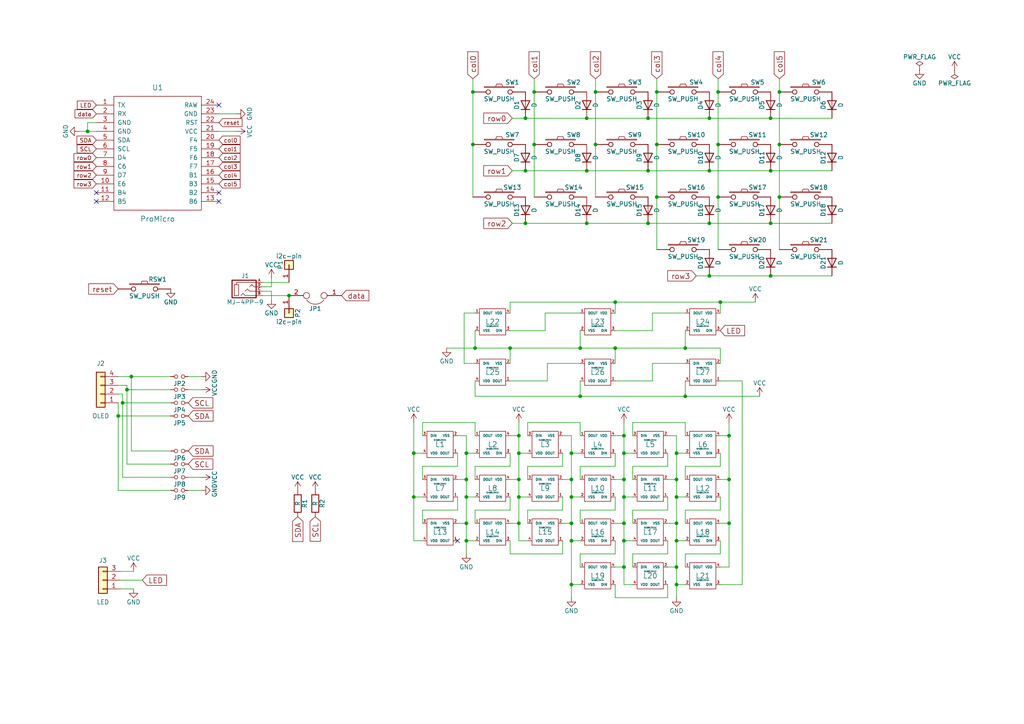
<source format=kicad_sch>
(kicad_sch (version 20230121) (generator eeschema)
  (paper "A4")
  (title_block (title "Corne Chocolate") (date "2018-11-16") (rev "2.0") (company "foostan"))
  (junction (at 137.16 26.67))
  (junction (at 165.735 156.845))
  (junction (at 152.4 34.29))
  (junction (at 38.1 109.22))
  (junction (at 205.74 34.29))
  (junction (at 211.455 126.365))
  (junction (at 190.5 41.91))
  (junction (at 135.255 156.845))
  (junction (at 198.755 100.965))
  (junction (at 152.4 49.53))
  (junction (at 178.435 87.63))
  (junction (at 120.015 144.145))
  (junction (at 180.975 131.445))
  (junction (at 187.96 64.77))
  (junction (at 168.275 114.935))
  (junction (at 180.975 164.465))
  (junction (at 154.94 26.67))
  (junction (at 196.215 144.145))
  (junction (at 172.72 26.67))
  (junction (at 198.755 114.935))
  (junction (at 187.96 49.53))
  (junction (at 135.255 139.065))
  (junction (at 135.255 144.145))
  (junction (at 150.495 151.765))
  (junction (at 135.255 151.765))
  (junction (at 150.495 139.065))
  (junction (at 211.455 139.065))
  (junction (at 180.975 139.065))
  (junction (at 196.215 131.445))
  (junction (at 170.18 64.77))
  (junction (at 35.56 116.84))
  (junction (at 150.495 126.365))
  (junction (at 196.215 151.765))
  (junction (at 226.06 26.67))
  (junction (at 135.255 131.445))
  (junction (at 208.28 26.67))
  (junction (at 137.16 41.91))
  (junction (at 180.975 156.845))
  (junction (at 170.18 34.29))
  (junction (at 205.74 64.77))
  (junction (at 208.28 57.15))
  (junction (at 223.52 49.53))
  (junction (at 180.975 144.145))
  (junction (at 196.215 169.545))
  (junction (at 208.915 87.63))
  (junction (at 190.5 57.15))
  (junction (at 172.72 41.91))
  (junction (at 196.215 164.465))
  (junction (at 180.975 126.365))
  (junction (at 226.06 41.91))
  (junction (at 25.4 38.1))
  (junction (at 196.215 156.845))
  (junction (at 223.52 80.01))
  (junction (at 83.82 85.725))
  (junction (at 226.06 57.15))
  (junction (at 168.275 100.965))
  (junction (at 120.015 131.445))
  (junction (at 196.215 139.065))
  (junction (at 165.735 144.145))
  (junction (at 154.94 41.91))
  (junction (at 205.74 49.53))
  (junction (at 223.52 34.29))
  (junction (at 205.74 80.01))
  (junction (at 165.735 139.065))
  (junction (at 152.4 64.77))
  (junction (at 36.83 113.03))
  (junction (at 223.52 64.77))
  (junction (at 165.735 151.765))
  (junction (at 150.495 144.145))
  (junction (at 187.96 34.29))
  (junction (at 165.735 169.545))
  (junction (at 34.29 120.65))
  (junction (at 211.455 151.765))
  (junction (at 170.18 49.53))
  (junction (at 150.495 131.445))
  (junction (at 147.955 100.965))
  (junction (at 165.735 131.445))
  (junction (at 180.975 151.765))
  (junction (at 178.435 100.965))
  (junction (at 190.5 26.67))
  (junction (at 137.795 100.965))
  (junction (at 208.28 41.91))
  (no_connect (at 132.715 156.845))
  (no_connect (at 27.94 58.42))
  (no_connect (at 63.5 58.42))
  (no_connect (at 27.94 55.88))
  (no_connect (at 63.5 55.88))
  (no_connect (at 63.5 30.48))
  (wire (pts (xy 137.795 156.845) (xy 135.255 156.845)))
  (wire (pts (xy 132.715 135.255) (xy 132.715 131.445)))
  (wire (pts (xy 180.975 169.545) (xy 183.515 169.545)))
  (wire (pts (xy 190.5 41.91) (xy 190.5 57.15)))
  (wire (pts (xy 180.975 144.145) (xy 180.975 151.765)))
  (wire (pts (xy 193.675 151.765) (xy 196.215 151.765)))
  (wire (pts (xy 211.455 139.065) (xy 211.455 151.765)))
  (wire (pts (xy 223.52 80.01) (xy 241.3 80.01)))
  (wire (pts (xy 49.53 116.84) (xy 35.56 116.84)))
  (wire (pts (xy 147.955 105.41) (xy 147.955 100.965)))
  (wire (pts (xy 215.265 110.49) (xy 215.265 169.545)))
  (wire (pts (xy 208.915 110.49) (xy 215.265 110.49)))
  (wire (pts (xy 183.515 151.765) (xy 183.515 147.955)))
  (wire (pts (xy 76.2 81.915) (xy 83.82 81.915)))
  (wire (pts (xy 198.755 131.445) (xy 196.215 131.445)))
  (wire (pts (xy 211.455 122.555) (xy 211.455 126.365)))
  (wire (pts (xy 168.275 147.955) (xy 178.435 147.955)))
  (wire (pts (xy 153.035 144.145) (xy 150.495 144.145)))
  (wire (pts (xy 34.925 165.735) (xy 38.735 165.735)))
  (wire (pts (xy 135.255 151.765) (xy 135.255 156.845)))
  (wire (pts (xy 215.265 169.545) (xy 208.915 169.545)))
  (wire (pts (xy 196.215 139.065) (xy 196.215 144.145)))
  (wire (pts (xy 198.755 110.49) (xy 198.755 114.935)))
  (wire (pts (xy 187.96 34.29) (xy 205.74 34.29)))
  (wire (pts (xy 147.955 126.365) (xy 150.495 126.365)))
  (wire (pts (xy 208.915 87.63) (xy 219.075 87.63)))
  (wire (pts (xy 208.915 160.655) (xy 208.915 156.845)))
  (wire (pts (xy 34.925 170.815) (xy 38.735 170.815)))
  (wire (pts (xy 193.675 135.255) (xy 193.675 131.445)))
  (wire (pts (xy 208.28 22.86) (xy 208.28 26.67)))
  (wire (pts (xy 34.29 142.24) (xy 49.53 142.24)))
  (wire (pts (xy 170.18 49.53) (xy 187.96 49.53)))
  (wire (pts (xy 49.53 120.65) (xy 34.29 120.65)))
  (wire (pts (xy 226.06 26.67) (xy 226.06 41.91)))
  (wire (pts (xy 208.915 90.805) (xy 208.915 87.63)))
  (wire (pts (xy 205.74 34.29) (xy 223.52 34.29)))
  (wire (pts (xy 187.96 64.77) (xy 205.74 64.77)))
  (wire (pts (xy 172.72 26.67) (xy 172.72 41.91)))
  (wire (pts (xy 226.06 41.91) (xy 226.06 57.15)))
  (wire (pts (xy 35.56 138.43) (xy 49.53 138.43)))
  (wire (pts (xy 198.755 135.255) (xy 208.915 135.255)))
  (wire (pts (xy 163.195 147.955) (xy 163.195 144.145)))
  (wire (pts (xy 198.755 90.805) (xy 189.23 90.805)))
  (wire (pts (xy 154.94 22.86) (xy 154.94 26.67)))
  (wire (pts (xy 148.59 49.53) (xy 152.4 49.53)))
  (wire (pts (xy 137.16 41.91) (xy 137.16 57.15)))
  (wire (pts (xy 122.555 144.145) (xy 120.015 144.145)))
  (wire (pts (xy 135.255 126.365) (xy 135.255 131.445)))
  (wire (pts (xy 178.435 105.41) (xy 178.435 100.965)))
  (wire (pts (xy 135.255 139.065) (xy 135.255 144.145)))
  (wire (pts (xy 178.435 164.465) (xy 180.975 164.465)))
  (wire (pts (xy 137.795 131.445) (xy 135.255 131.445)))
  (wire (pts (xy 150.495 151.765) (xy 150.495 156.845)))
  (wire (pts (xy 147.955 151.765) (xy 150.495 151.765)))
  (wire (pts (xy 193.675 164.465) (xy 196.215 164.465)))
  (wire (pts (xy 178.435 173.355) (xy 178.435 169.545)))
  (wire (pts (xy 178.435 147.955) (xy 178.435 144.145)))
  (wire (pts (xy 152.4 34.29) (xy 170.18 34.29)))
  (wire (pts (xy 54.61 109.22) (xy 58.42 109.22)))
  (wire (pts (xy 178.435 110.49) (xy 189.23 110.49)))
  (wire (pts (xy 154.94 41.91) (xy 154.94 57.15)))
  (wire (pts (xy 189.23 110.49) (xy 189.23 105.41)))
  (wire (pts (xy 193.675 139.065) (xy 196.215 139.065)))
  (wire (pts (xy 198.755 100.965) (xy 208.915 100.965)))
  (wire (pts (xy 137.16 22.86) (xy 137.16 26.67)))
  (wire (pts (xy 122.555 139.065) (xy 122.555 135.255)))
  (wire (pts (xy 36.83 111.76) (xy 36.83 113.03)))
  (wire (pts (xy 147.955 100.965) (xy 168.275 100.965)))
  (wire (pts (xy 196.215 126.365) (xy 196.215 131.445)))
  (wire (pts (xy 208.915 135.255) (xy 208.915 131.445)))
  (wire (pts (xy 36.83 113.03) (xy 36.83 134.62)))
  (wire (pts (xy 168.275 126.365) (xy 168.275 122.555)))
  (wire (pts (xy 198.755 151.765) (xy 198.755 147.955)))
  (wire (pts (xy 198.755 122.555) (xy 183.515 122.555)))
  (wire (pts (xy 137.795 139.065) (xy 137.795 135.255)))
  (wire (pts (xy 135.255 156.845) (xy 135.255 160.655)))
  (wire (pts (xy 137.795 135.255) (xy 147.955 135.255)))
  (wire (pts (xy 198.755 147.955) (xy 208.915 147.955)))
  (wire (pts (xy 193.675 160.655) (xy 193.675 156.845)))
  (wire (pts (xy 183.515 122.555) (xy 183.515 126.365)))
  (wire (pts (xy 132.715 151.765) (xy 135.255 151.765)))
  (wire (pts (xy 22.86 38.1) (xy 25.4 38.1)))
  (wire (pts (xy 201.93 80.01) (xy 205.74 80.01)))
  (wire (pts (xy 147.955 90.805) (xy 147.955 87.63)))
  (wire (pts (xy 172.72 22.86) (xy 172.72 26.67)))
  (wire (pts (xy 120.015 144.145) (xy 120.015 156.845)))
  (wire (pts (xy 38.1 109.22) (xy 49.53 109.22)))
  (wire (pts (xy 180.975 151.765) (xy 180.975 156.845)))
  (wire (pts (xy 168.275 114.935) (xy 198.755 114.935)))
  (wire (pts (xy 211.455 151.765) (xy 211.455 164.465)))
  (wire (pts (xy 54.61 138.43) (xy 58.42 138.43)))
  (wire (pts (xy 78.74 84.455) (xy 78.74 86.995)))
  (wire (pts (xy 165.735 156.845) (xy 165.735 169.545)))
  (wire (pts (xy 137.795 100.965) (xy 147.955 100.965)))
  (wire (pts (xy 168.275 122.555) (xy 153.035 122.555)))
  (wire (pts (xy 208.28 26.67) (xy 208.28 41.91)))
  (wire (pts (xy 193.675 147.955) (xy 193.675 144.145)))
  (wire (pts (xy 147.955 87.63) (xy 178.435 87.63)))
  (wire (pts (xy 132.715 147.955) (xy 132.715 144.145)))
  (wire (pts (xy 34.29 116.84) (xy 34.29 120.65)))
  (wire (pts (xy 132.715 126.365) (xy 135.255 126.365)))
  (wire (pts (xy 226.06 57.15) (xy 226.06 72.39)))
  (wire (pts (xy 205.74 64.77) (xy 223.52 64.77)))
  (wire (pts (xy 120.015 131.445) (xy 120.015 144.145)))
  (wire (pts (xy 198.755 114.935) (xy 220.345 114.935)))
  (wire (pts (xy 38.1 109.22) (xy 38.1 130.81)))
  (wire (pts (xy 168.275 135.255) (xy 178.435 135.255)))
  (wire (pts (xy 178.435 90.805) (xy 178.435 87.63)))
  (wire (pts (xy 34.29 120.65) (xy 34.29 142.24)))
  (wire (pts (xy 34.925 168.275) (xy 41.275 168.275)))
  (wire (pts (xy 137.795 147.955) (xy 147.955 147.955)))
  (wire (pts (xy 180.975 139.065) (xy 180.975 144.145)))
  (wire (pts (xy 132.715 139.065) (xy 135.255 139.065)))
  (wire (pts (xy 198.755 139.065) (xy 198.755 135.255)))
  (wire (pts (xy 153.035 135.255) (xy 163.195 135.255)))
  (wire (pts (xy 147.955 147.955) (xy 147.955 144.145)))
  (wire (pts (xy 183.515 147.955) (xy 193.675 147.955)))
  (wire (pts (xy 196.215 169.545) (xy 196.215 173.355)))
  (wire (pts (xy 135.255 131.445) (xy 135.255 139.065)))
  (wire (pts (xy 180.975 122.555) (xy 180.975 126.365)))
  (wire (pts (xy 122.555 122.555) (xy 122.555 126.365)))
  (wire (pts (xy 137.16 26.67) (xy 137.16 41.91)))
  (wire (pts (xy 34.29 111.76) (xy 36.83 111.76)))
  (wire (pts (xy 153.035 139.065) (xy 153.035 135.255)))
  (wire (pts (xy 187.96 49.53) (xy 205.74 49.53)))
  (wire (pts (xy 120.015 156.845) (xy 122.555 156.845)))
  (wire (pts (xy 211.455 126.365) (xy 211.455 139.065)))
  (wire (pts (xy 180.975 144.145) (xy 183.515 144.145)))
  (wire (pts (xy 189.23 95.885) (xy 178.435 95.885)))
  (wire (pts (xy 208.915 151.765) (xy 211.455 151.765)))
  (wire (pts (xy 168.275 144.145) (xy 165.735 144.145)))
  (wire (pts (xy 49.53 113.03) (xy 36.83 113.03)))
  (wire (pts (xy 183.515 135.255) (xy 193.675 135.255)))
  (wire (pts (xy 35.56 116.84) (xy 35.56 138.43)))
  (wire (pts (xy 198.755 169.545) (xy 196.215 169.545)))
  (wire (pts (xy 168.275 156.845) (xy 165.735 156.845)))
  (wire (pts (xy 180.975 164.465) (xy 180.975 169.545)))
  (wire (pts (xy 120.015 122.555) (xy 120.015 131.445)))
  (wire (pts (xy 168.275 95.885) (xy 168.275 100.965)))
  (wire (pts (xy 180.975 156.845) (xy 180.975 164.465)))
  (wire (pts (xy 178.435 126.365) (xy 180.975 126.365)))
  (wire (pts (xy 36.83 134.62) (xy 49.53 134.62)))
  (wire (pts (xy 180.975 126.365) (xy 180.975 131.445)))
  (wire (pts (xy 198.755 164.465) (xy 198.755 160.655)))
  (wire (pts (xy 27.94 35.56) (xy 25.4 35.56)))
  (wire (pts (xy 122.555 131.445) (xy 120.015 131.445)))
  (wire (pts (xy 137.795 95.885) (xy 137.795 100.965)))
  (wire (pts (xy 54.61 142.24) (xy 58.42 142.24)))
  (wire (pts (xy 63.5 33.02) (xy 68.58 33.02)))
  (wire (pts (xy 172.72 41.91) (xy 172.72 57.15)))
  (wire (pts (xy 25.4 35.56) (xy 25.4 38.1)))
  (wire (pts (xy 178.435 139.065) (xy 180.975 139.065)))
  (wire (pts (xy 150.495 126.365) (xy 150.495 131.445)))
  (wire (pts (xy 153.035 147.955) (xy 163.195 147.955)))
  (wire (pts (xy 150.495 144.145) (xy 150.495 151.765)))
  (wire (pts (xy 198.755 156.845) (xy 196.215 156.845)))
  (wire (pts (xy 152.4 49.53) (xy 170.18 49.53)))
  (wire (pts (xy 135.255 144.145) (xy 135.255 151.765)))
  (wire (pts (xy 165.735 151.765) (xy 165.735 156.845)))
  (wire (pts (xy 168.275 131.445) (xy 165.735 131.445)))
  (wire (pts (xy 147.955 110.49) (xy 158.75 110.49)))
  (wire (pts (xy 205.74 49.53) (xy 223.52 49.53)))
  (wire (pts (xy 163.195 135.255) (xy 163.195 131.445)))
  (wire (pts (xy 54.61 113.03) (xy 58.42 113.03)))
  (wire (pts (xy 168.275 110.49) (xy 168.275 114.935)))
  (wire (pts (xy 183.515 164.465) (xy 183.515 160.655)))
  (wire (pts (xy 165.735 126.365) (xy 165.735 131.445)))
  (wire (pts (xy 63.5 38.1) (xy 68.58 38.1)))
  (wire (pts (xy 178.435 87.63) (xy 208.915 87.63)))
  (wire (pts (xy 196.215 131.445) (xy 196.215 139.065)))
  (wire (pts (xy 158.75 110.49) (xy 158.75 105.41)))
  (wire (pts (xy 223.52 64.77) (xy 241.3 64.77)))
  (wire (pts (xy 150.495 122.555) (xy 150.495 126.365)))
  (wire (pts (xy 137.795 122.555) (xy 122.555 122.555)))
  (wire (pts (xy 196.215 151.765) (xy 196.215 156.845)))
  (wire (pts (xy 147.955 160.655) (xy 147.955 156.845)))
  (wire (pts (xy 76.2 84.455) (xy 78.74 84.455)))
  (wire (pts (xy 168.275 169.545) (xy 165.735 169.545)))
  (wire (pts (xy 196.215 144.145) (xy 196.215 151.765)))
  (wire (pts (xy 168.275 160.655) (xy 178.435 160.655)))
  (wire (pts (xy 198.755 126.365) (xy 198.755 122.555)))
  (wire (pts (xy 34.29 114.3) (xy 35.56 114.3)))
  (wire (pts (xy 150.495 139.065) (xy 150.495 144.145)))
  (wire (pts (xy 190.5 26.67) (xy 190.5 41.91)))
  (wire (pts (xy 25.4 38.1) (xy 27.94 38.1)))
  (wire (pts (xy 223.52 49.53) (xy 241.3 49.53)))
  (wire (pts (xy 76.2 85.725) (xy 83.82 85.725)))
  (wire (pts (xy 208.915 126.365) (xy 211.455 126.365)))
  (wire (pts (xy 196.215 156.845) (xy 196.215 164.465)))
  (wire (pts (xy 158.115 90.805) (xy 158.115 95.885)))
  (wire (pts (xy 193.675 173.355) (xy 178.435 173.355)))
  (wire (pts (xy 153.035 131.445) (xy 150.495 131.445)))
  (wire (pts (xy 122.555 135.255) (xy 132.715 135.255)))
  (wire (pts (xy 134.62 90.805) (xy 134.62 105.41)))
  (wire (pts (xy 150.495 131.445) (xy 150.495 139.065)))
  (wire (pts (xy 163.195 126.365) (xy 165.735 126.365)))
  (wire (pts (xy 137.795 126.365) (xy 137.795 122.555)))
  (wire (pts (xy 129.54 100.965) (xy 137.795 100.965)))
  (wire (pts (xy 165.735 169.545) (xy 165.735 173.355)))
  (wire (pts (xy 170.18 34.29) (xy 187.96 34.29)))
  (wire (pts (xy 137.795 90.805) (xy 134.62 90.805)))
  (wire (pts (xy 38.1 130.81) (xy 49.53 130.81)))
  (wire (pts (xy 35.56 114.3) (xy 35.56 116.84)))
  (wire (pts (xy 137.795 110.49) (xy 137.795 114.935)))
  (wire (pts (xy 158.115 95.885) (xy 147.955 95.885)))
  (wire (pts (xy 148.59 34.29) (xy 152.4 34.29)))
  (wire (pts (xy 208.28 41.91) (xy 208.28 57.15)))
  (wire (pts (xy 178.435 135.255) (xy 178.435 131.445)))
  (wire (pts (xy 158.75 105.41) (xy 168.275 105.41)))
  (wire (pts (xy 193.675 126.365) (xy 196.215 126.365)))
  (wire (pts (xy 147.955 135.255) (xy 147.955 131.445)))
  (wire (pts (xy 137.795 144.145) (xy 135.255 144.145)))
  (wire (pts (xy 180.975 131.445) (xy 183.515 131.445)))
  (wire (pts (xy 190.5 22.86) (xy 190.5 26.67)))
  (wire (pts (xy 226.06 22.86) (xy 226.06 26.67)))
  (wire (pts (xy 122.555 151.765) (xy 122.555 147.955)))
  (wire (pts (xy 137.795 114.935) (xy 168.275 114.935)))
  (wire (pts (xy 178.435 160.655) (xy 178.435 156.845)))
  (wire (pts (xy 198.755 160.655) (xy 208.915 160.655)))
  (wire (pts (xy 150.495 156.845) (xy 153.035 156.845)))
  (wire (pts (xy 165.735 131.445) (xy 165.735 139.065)))
  (wire (pts (xy 153.035 122.555) (xy 153.035 126.365)))
  (wire (pts (xy 154.94 26.67) (xy 154.94 41.91)))
  (wire (pts (xy 168.275 151.765) (xy 168.275 147.955)))
  (wire (pts (xy 122.555 147.955) (xy 132.715 147.955)))
  (wire (pts (xy 196.215 164.465) (xy 196.215 169.545)))
  (wire (pts (xy 148.59 64.77) (xy 152.4 64.77)))
  (wire (pts (xy 198.755 144.145) (xy 196.215 144.145)))
  (wire (pts (xy 163.195 139.065) (xy 165.735 139.065)))
  (wire (pts (xy 208.915 147.955) (xy 208.915 144.145)))
  (wire (pts (xy 208.915 139.065) (xy 211.455 139.065)))
  (wire (pts (xy 178.435 100.965) (xy 198.755 100.965)))
  (wire (pts (xy 170.18 64.77) (xy 187.96 64.77)))
  (wire (pts (xy 183.515 160.655) (xy 193.675 160.655)))
  (wire (pts (xy 163.195 156.845) (xy 163.195 160.655)))
  (wire (pts (xy 168.275 139.065) (xy 168.275 135.255)))
  (wire (pts (xy 180.975 131.445) (xy 180.975 139.065)))
  (wire (pts (xy 76.2 83.185) (xy 78.74 83.185)))
  (wire (pts (xy 165.735 144.145) (xy 165.735 151.765)))
  (wire (pts (xy 205.74 80.01) (xy 223.52 80.01)))
  (wire (pts (xy 211.455 164.465) (xy 208.915 164.465)))
  (wire (pts (xy 163.195 160.655) (xy 147.955 160.655)))
  (wire (pts (xy 168.275 90.805) (xy 158.115 90.805)))
  (wire (pts (xy 198.755 95.885) (xy 198.755 100.965)))
  (wire (pts (xy 183.515 139.065) (xy 183.515 135.255)))
  (wire (pts (xy 134.62 105.41) (xy 137.795 105.41)))
  (wire (pts (xy 163.195 151.765) (xy 165.735 151.765)))
  (wire (pts (xy 193.675 169.545) (xy 193.675 173.355)))
  (wire (pts (xy 137.795 151.765) (xy 137.795 147.955)))
  (wire (pts (xy 78.74 83.185) (xy 78.74 80.645)))
  (wire (pts (xy 189.23 90.805) (xy 189.23 95.885)))
  (wire (pts (xy 190.5 57.15) (xy 190.5 72.39)))
  (wire (pts (xy 168.275 164.465) (xy 168.275 160.655)))
  (wire (pts (xy 223.52 34.29) (xy 241.3 34.29)))
  (wire (pts (xy 152.4 64.77) (xy 170.18 64.77)))
  (wire (pts (xy 153.035 151.765) (xy 153.035 147.955)))
  (wire (pts (xy 165.735 139.065) (xy 165.735 144.145)))
  (wire (pts (xy 147.955 139.065) (xy 150.495 139.065)))
  (wire (pts (xy 208.28 57.15) (xy 208.28 72.39)))
  (wire (pts (xy 168.275 100.965) (xy 178.435 100.965)))
  (wire (pts (xy 189.23 105.41) (xy 198.755 105.41)))
  (wire (pts (xy 180.975 156.845) (xy 183.515 156.845)))
  (wire (pts (xy 34.29 109.22) (xy 38.1 109.22)))
  (wire (pts (xy 208.915 100.965) (xy 208.915 105.41)))
  (wire (pts (xy 178.435 151.765) (xy 180.975 151.765)))
  (global_label "col2" (shape input) (at 63.5 45.72 0) (effects (font (size 1.1938 1.1938))) (property "Intersheetrefs" "${INTERSHEET_REFS}" (effects hide)))
  (global_label "col1" (shape input) (at 63.5 43.18 0) (effects (font (size 1.1938 1.1938))) (property "Intersheetrefs" "${INTERSHEET_REFS}" (effects hide)))
  (global_label "col2" (shape input) (at 172.72 22.86 90) (effects (font (size 1.524 1.524))) (property "Intersheetrefs" "${INTERSHEET_REFS}" (effects hide)))
  (global_label "col1" (shape input) (at 154.94 22.86 90) (effects (font (size 1.524 1.524))) (property "Intersheetrefs" "${INTERSHEET_REFS}" (effects hide)))
  (global_label "col3" (shape input) (at 63.5 48.26 0) (effects (font (size 1.1938 1.1938))) (property "Intersheetrefs" "${INTERSHEET_REFS}" (effects hide)))
  (global_label "col5" (shape input) (at 226.06 22.86 90) (effects (font (size 1.524 1.524))) (property "Intersheetrefs" "${INTERSHEET_REFS}" (effects hide)))
  (global_label "SDA" (shape input) (at 86.36 149.86 270) (effects (font (size 1.524 1.524))) (property "Intersheetrefs" "${INTERSHEET_REFS}" (effects hide)))
  (global_label "reset" (shape input) (at 63.5 35.56 0) (effects (font (size 1.1938 1.1938))) (property "Intersheetrefs" "${INTERSHEET_REFS}" (effects hide)))
  (global_label "reset" (shape input) (at 34.29 83.82 180) (effects (font (size 1.524 1.524))) (property "Intersheetrefs" "${INTERSHEET_REFS}" (effects hide)))
  (global_label "LED" (shape input) (at 27.94 30.48 180) (effects (font (size 1.1938 1.1938))) (property "Intersheetrefs" "${INTERSHEET_REFS}" (effects hide)))
  (global_label "LED" (shape input) (at 41.275 168.275 0) (effects (font (size 1.524 1.524))) (property "Intersheetrefs" "${INTERSHEET_REFS}" (effects hide)))
  (global_label "SDA" (shape input) (at 54.61 130.81 0) (effects (font (size 1.524 1.524))) (property "Intersheetrefs" "${INTERSHEET_REFS}" (effects hide)))
  (global_label "col4" (shape input) (at 208.28 22.86 90) (effects (font (size 1.524 1.524))) (property "Intersheetrefs" "${INTERSHEET_REFS}" (effects hide)))
  (global_label "LED" (shape input) (at 208.915 95.885 0) (effects (font (size 1.524 1.524))) (property "Intersheetrefs" "${INTERSHEET_REFS}" (effects hide)))
  (global_label "row3" (shape input) (at 201.93 80.01 180) (effects (font (size 1.524 1.524))) (property "Intersheetrefs" "${INTERSHEET_REFS}" (effects hide)))
  (global_label "col0" (shape input) (at 63.5 40.64 0) (effects (font (size 1.1938 1.1938))) (property "Intersheetrefs" "${INTERSHEET_REFS}" (effects hide)))
  (global_label "row2" (shape input) (at 27.94 50.8 180) (effects (font (size 1.1938 1.1938))) (property "Intersheetrefs" "${INTERSHEET_REFS}" (effects hide)))
  (global_label "SCL" (shape input) (at 91.44 149.86 270) (effects (font (size 1.524 1.524))) (property "Intersheetrefs" "${INTERSHEET_REFS}" (effects hide)))
  (global_label "col5" (shape input) (at 63.5 53.34 0) (effects (font (size 1.1938 1.1938))) (property "Intersheetrefs" "${INTERSHEET_REFS}" (effects hide)))
  (global_label "row0" (shape input) (at 27.94 45.72 180) (effects (font (size 1.1938 1.1938))) (property "Intersheetrefs" "${INTERSHEET_REFS}" (effects hide)))
  (global_label "SDA" (shape input) (at 54.61 120.65 0) (effects (font (size 1.524 1.524))) (property "Intersheetrefs" "${INTERSHEET_REFS}" (effects hide)))
  (global_label "col0" (shape input) (at 137.16 22.86 90) (effects (font (size 1.524 1.524))) (property "Intersheetrefs" "${INTERSHEET_REFS}" (effects hide)))
  (global_label "SCL" (shape input) (at 54.61 116.84 0) (effects (font (size 1.524 1.524))) (property "Intersheetrefs" "${INTERSHEET_REFS}" (effects hide)))
  (global_label "row2" (shape input) (at 148.59 64.77 180) (effects (font (size 1.524 1.524))) (property "Intersheetrefs" "${INTERSHEET_REFS}" (effects hide)))
  (global_label "SCL" (shape input) (at 27.94 43.18 180) (effects (font (size 1.1938 1.1938))) (property "Intersheetrefs" "${INTERSHEET_REFS}" (effects hide)))
  (global_label "col3" (shape input) (at 190.5 22.86 90) (effects (font (size 1.524 1.524))) (property "Intersheetrefs" "${INTERSHEET_REFS}" (effects hide)))
  (global_label "row3" (shape input) (at 27.94 53.34 180) (effects (font (size 1.1938 1.1938))) (property "Intersheetrefs" "${INTERSHEET_REFS}" (effects hide)))
  (global_label "SDA" (shape input) (at 27.94 40.64 180) (effects (font (size 1.1938 1.1938))) (property "Intersheetrefs" "${INTERSHEET_REFS}" (effects hide)))
  (global_label "col4" (shape input) (at 63.5 50.8 0) (effects (font (size 1.1938 1.1938))) (property "Intersheetrefs" "${INTERSHEET_REFS}" (effects hide)))
  (global_label "data" (shape input) (at 99.06 85.725 0) (effects (font (size 1.524 1.524))) (property "Intersheetrefs" "${INTERSHEET_REFS}" (effects hide)))
  (global_label "row1" (shape input) (at 148.59 49.53 180) (effects (font (size 1.524 1.524))) (property "Intersheetrefs" "${INTERSHEET_REFS}" (effects hide)))
  (global_label "row1" (shape input) (at 27.94 48.26 180) (effects (font (size 1.1938 1.1938))) (property "Intersheetrefs" "${INTERSHEET_REFS}" (effects hide)))
  (global_label "data" (shape input) (at 27.94 33.02 180) (effects (font (size 1.1938 1.1938))) (property "Intersheetrefs" "${INTERSHEET_REFS}" (effects hide)))
  (global_label "SCL" (shape input) (at 54.61 134.62 0) (effects (font (size 1.524 1.524))) (property "Intersheetrefs" "${INTERSHEET_REFS}" (effects hide)))
  (global_label "row0" (shape input) (at 148.59 34.29 180) (effects (font (size 1.524 1.524))) (property "Intersheetrefs" "${INTERSHEET_REFS}" (effects hide)))
  (symbol (lib_id "corne-chocolate-rescue:ProMicro-kbd") (at 45.72 49.53 0) (unit 1)
    (property "Reference" "U1" (at 45.72 25.4 0) (effects (font (size 1.524 1.524))))
    (property "Value" "ProMicro" (at 45.72 63.5 0) (effects (font (size 1.524 1.524))))
    (property "Footprint" "kbd:ProMicro_v2" (effects hide))
  )
  (symbol (lib_id "corne-chocolate-rescue:SW_PUSH-kbd") (at 162.56 26.67 0) (unit 1)
    (property "Reference" "SW2" (at 166.37 23.876 0))
    (property "Value" "SW_PUSH" (at 162.56 28.702 0))
    (property "Footprint" "kbd:MX_ALPS_PG1350_noLed" (effects hide))
  )
  (symbol (lib_id "Device:D") (at 170.18 30.48 90) (unit 1)
    (property "Reference" "D2" (at 167.64 30.48 0))
    (property "Value" "D" (at 172.72 30.48 0))
    (property "Footprint" "kbd:D3_TH_SMD" (effects hide))
  )
  (symbol (lib_id "corne-chocolate-rescue:SW_PUSH-kbd") (at 180.34 26.67 0) (unit 1)
    (property "Reference" "SW3" (at 184.15 23.876 0))
    (property "Value" "SW_PUSH" (at 180.34 28.702 0))
    (property "Footprint" "kbd:MX_ALPS_PG1350_noLed" (effects hide))
  )
  (symbol (lib_id "Device:D") (at 187.96 30.48 90) (unit 1)
    (property "Reference" "D3" (at 185.42 30.48 0))
    (property "Value" "D" (at 190.5 30.48 0))
    (property "Footprint" "kbd:D3_TH_SMD" (effects hide))
  )
  (symbol (lib_id "corne-chocolate-rescue:SW_PUSH-kbd") (at 198.12 26.67 0) (unit 1)
    (property "Reference" "SW4" (at 201.93 23.876 0))
    (property "Value" "SW_PUSH" (at 198.12 28.702 0))
    (property "Footprint" "kbd:MX_ALPS_PG1350_noLed" (effects hide))
  )
  (symbol (lib_id "corne-chocolate-rescue:SW_PUSH-kbd") (at 215.9 26.67 0) (unit 1)
    (property "Reference" "SW5" (at 219.71 23.876 0))
    (property "Value" "SW_PUSH" (at 215.9 28.702 0))
    (property "Footprint" "kbd:MX_ALPS_PG1350_noLed" (effects hide))
  )
  (symbol (lib_id "corne-chocolate-rescue:SW_PUSH-kbd") (at 233.68 26.67 0) (unit 1)
    (property "Reference" "SW6" (at 237.49 23.876 0))
    (property "Value" "SW_PUSH" (at 233.68 28.702 0))
    (property "Footprint" "kbd:MX_ALPS_PG1350_noLed" (effects hide))
  )
  (symbol (lib_id "Device:D") (at 205.74 30.48 90) (unit 1)
    (property "Reference" "D4" (at 203.2 30.48 0))
    (property "Value" "D" (at 208.28 30.48 0))
    (property "Footprint" "kbd:D3_TH_SMD" (effects hide))
  )
  (symbol (lib_id "Device:D") (at 223.52 30.48 90) (unit 1)
    (property "Reference" "D5" (at 220.98 30.48 0))
    (property "Value" "D" (at 226.06 30.48 0))
    (property "Footprint" "kbd:D3_TH_SMD" (effects hide))
  )
  (symbol (lib_id "Device:D") (at 241.3 30.48 90) (unit 1)
    (property "Reference" "D6" (at 238.76 30.48 0))
    (property "Value" "D" (at 243.84 30.48 0))
    (property "Footprint" "kbd:D3_TH_SMD" (effects hide))
  )
  (symbol (lib_id "corne-chocolate-rescue:SW_PUSH-kbd") (at 144.78 26.67 0) (unit 1)
    (property "Reference" "SW1" (at 148.59 23.876 0))
    (property "Value" "SW_PUSH" (at 144.78 28.702 0))
    (property "Footprint" "kbd:MX_ALPS_PG1350_noLed" (effects hide))
  )
  (symbol (lib_id "Device:D") (at 152.4 30.48 90) (unit 1)
    (property "Reference" "D1" (at 149.86 30.48 0))
    (property "Value" "D" (at 154.94 30.48 0))
    (property "Footprint" "kbd:D3_TH_SMD" (effects hide))
  )
  (symbol (lib_id "corne-chocolate-rescue:SW_PUSH-kbd") (at 162.56 41.91 0) (unit 1)
    (property "Reference" "SW8" (at 166.37 39.116 0))
    (property "Value" "SW_PUSH" (at 162.56 43.942 0))
    (property "Footprint" "kbd:MX_ALPS_PG1350_noLed" (effects hide))
  )
  (symbol (lib_id "Device:D") (at 170.18 45.72 90) (unit 1)
    (property "Reference" "D8" (at 167.64 45.72 0))
    (property "Value" "D" (at 172.72 45.72 0))
    (property "Footprint" "kbd:D3_TH_SMD" (effects hide))
  )
  (symbol (lib_id "corne-chocolate-rescue:SW_PUSH-kbd") (at 180.34 41.91 0) (unit 1)
    (property "Reference" "SW9" (at 184.15 39.116 0))
    (property "Value" "SW_PUSH" (at 180.34 43.942 0))
    (property "Footprint" "kbd:MX_ALPS_PG1350_noLed" (effects hide))
  )
  (symbol (lib_id "Device:D") (at 187.96 45.72 90) (unit 1)
    (property "Reference" "D9" (at 185.42 45.72 0))
    (property "Value" "D" (at 190.5 45.72 0))
    (property "Footprint" "kbd:D3_TH_SMD" (effects hide))
  )
  (symbol (lib_id "corne-chocolate-rescue:SW_PUSH-kbd") (at 198.12 41.91 0) (unit 1)
    (property "Reference" "SW10" (at 201.93 39.116 0))
    (property "Value" "SW_PUSH" (at 198.12 43.942 0))
    (property "Footprint" "kbd:MX_ALPS_PG1350_noLed" (effects hide))
  )
  (symbol (lib_id "corne-chocolate-rescue:SW_PUSH-kbd") (at 215.9 41.91 0) (unit 1)
    (property "Reference" "SW11" (at 219.71 39.116 0))
    (property "Value" "SW_PUSH" (at 215.9 43.942 0))
    (property "Footprint" "kbd:MX_ALPS_PG1350_noLed" (effects hide))
  )
  (symbol (lib_id "corne-chocolate-rescue:SW_PUSH-kbd") (at 233.68 41.91 0) (unit 1)
    (property "Reference" "SW12" (at 237.49 39.116 0))
    (property "Value" "SW_PUSH" (at 233.68 43.942 0))
    (property "Footprint" "kbd:MX_ALPS_PG1350_noLed" (effects hide))
  )
  (symbol (lib_id "Device:D") (at 205.74 45.72 90) (unit 1)
    (property "Reference" "D10" (at 203.2 45.72 0))
    (property "Value" "D" (at 208.28 45.72 0))
    (property "Footprint" "kbd:D3_TH_SMD" (effects hide))
  )
  (symbol (lib_id "Device:D") (at 223.52 45.72 90) (unit 1)
    (property "Reference" "D11" (at 220.98 45.72 0))
    (property "Value" "D" (at 226.06 45.72 0))
    (property "Footprint" "kbd:D3_TH_SMD" (effects hide))
  )
  (symbol (lib_id "Device:D") (at 241.3 45.72 90) (unit 1)
    (property "Reference" "D12" (at 238.76 45.72 0))
    (property "Value" "D" (at 243.84 45.72 0))
    (property "Footprint" "kbd:D3_TH_SMD" (effects hide))
  )
  (symbol (lib_id "corne-chocolate-rescue:SW_PUSH-kbd") (at 144.78 41.91 0) (unit 1)
    (property "Reference" "SW7" (at 148.59 39.116 0))
    (property "Value" "SW_PUSH" (at 144.78 43.942 0))
    (property "Footprint" "kbd:MX_ALPS_PG1350_noLed" (effects hide))
  )
  (symbol (lib_id "Device:D") (at 152.4 45.72 90) (unit 1)
    (property "Reference" "D7" (at 149.86 45.72 0))
    (property "Value" "D" (at 154.94 45.72 0))
    (property "Footprint" "kbd:D3_TH_SMD" (effects hide))
  )
  (symbol (lib_id "corne-chocolate-rescue:SW_PUSH-kbd") (at 162.56 57.15 0) (unit 1)
    (property "Reference" "SW14" (at 166.37 54.356 0))
    (property "Value" "SW_PUSH" (at 162.56 59.182 0))
    (property "Footprint" "kbd:MX_ALPS_PG1350_noLed" (effects hide))
  )
  (symbol (lib_id "Device:D") (at 170.18 60.96 90) (unit 1)
    (property "Reference" "D14" (at 167.64 60.96 0))
    (property "Value" "D" (at 172.72 60.96 0))
    (property "Footprint" "kbd:D3_TH_SMD" (effects hide))
  )
  (symbol (lib_id "corne-chocolate-rescue:SW_PUSH-kbd") (at 180.34 57.15 0) (unit 1)
    (property "Reference" "SW15" (at 184.15 54.356 0))
    (property "Value" "SW_PUSH" (at 180.34 59.182 0))
    (property "Footprint" "kbd:MX_ALPS_PG1350_noLed" (effects hide))
  )
  (symbol (lib_id "Device:D") (at 187.96 60.96 90) (unit 1)
    (property "Reference" "D15" (at 185.42 60.96 0))
    (property "Value" "D" (at 190.5 60.96 0))
    (property "Footprint" "kbd:D3_TH_SMD" (effects hide))
  )
  (symbol (lib_id "corne-chocolate-rescue:SW_PUSH-kbd") (at 198.12 57.15 0) (unit 1)
    (property "Reference" "SW16" (at 201.93 54.356 0))
    (property "Value" "SW_PUSH" (at 198.12 59.182 0))
    (property "Footprint" "kbd:MX_ALPS_PG1350_noLed" (effects hide))
  )
  (symbol (lib_id "corne-chocolate-rescue:SW_PUSH-kbd") (at 215.9 57.15 0) (unit 1)
    (property "Reference" "SW17" (at 219.71 54.356 0))
    (property "Value" "SW_PUSH" (at 215.9 59.182 0))
    (property "Footprint" "kbd:MX_ALPS_PG1350_noLed" (effects hide))
  )
  (symbol (lib_id "corne-chocolate-rescue:SW_PUSH-kbd") (at 233.68 57.15 0) (unit 1)
    (property "Reference" "SW18" (at 237.49 54.356 0))
    (property "Value" "SW_PUSH" (at 233.68 59.182 0))
    (property "Footprint" "kbd:MX_ALPS_PG1350_noLed" (effects hide))
  )
  (symbol (lib_id "Device:D") (at 205.74 60.96 90) (unit 1)
    (property "Reference" "D16" (at 203.2 60.96 0))
    (property "Value" "D" (at 208.28 60.96 0))
    (property "Footprint" "kbd:D3_TH_SMD" (effects hide))
  )
  (symbol (lib_id "Device:D") (at 223.52 60.96 90) (unit 1)
    (property "Reference" "D17" (at 220.98 60.96 0))
    (property "Value" "D" (at 226.06 60.96 0))
    (property "Footprint" "kbd:D3_TH_SMD" (effects hide))
  )
  (symbol (lib_id "Device:D") (at 241.3 60.96 90) (unit 1)
    (property "Reference" "D18" (at 238.76 60.96 0))
    (property "Value" "D" (at 243.84 60.96 0))
    (property "Footprint" "kbd:D3_TH_SMD" (effects hide))
  )
  (symbol (lib_id "corne-chocolate-rescue:SW_PUSH-kbd") (at 144.78 57.15 0) (unit 1)
    (property "Reference" "SW13" (at 148.59 54.356 0))
    (property "Value" "SW_PUSH" (at 144.78 59.182 0))
    (property "Footprint" "kbd:MX_ALPS_PG1350_noLed" (effects hide))
  )
  (symbol (lib_id "Device:D") (at 152.4 60.96 90) (unit 1)
    (property "Reference" "D13" (at 149.86 60.96 0))
    (property "Value" "D" (at 154.94 60.96 0))
    (property "Footprint" "kbd:D3_TH_SMD" (effects hide))
  )
  (symbol (lib_id "corne-chocolate-rescue:SW_PUSH-kbd") (at 215.9 72.39 0) (unit 1)
    (property "Reference" "SW20" (at 219.71 69.596 0))
    (property "Value" "SW_PUSH" (at 215.9 74.422 0))
    (property "Footprint" "kbd:MX_ALPS_PG1350_noLed" (effects hide))
  )
  (symbol (lib_id "Device:D") (at 223.52 76.2 90) (unit 1)
    (property "Reference" "D20" (at 220.98 76.2 0))
    (property "Value" "D" (at 226.06 76.2 0))
    (property "Footprint" "kbd:D3_TH_SMD" (effects hide))
  )
  (symbol (lib_id "corne-chocolate-rescue:SW_PUSH-kbd") (at 233.68 72.39 0) (unit 1)
    (property "Reference" "SW21" (at 237.49 69.596 0))
    (property "Value" "SW_PUSH" (at 233.68 74.422 0))
    (property "Footprint" "kbd:MX_ALPS_PG1350_noLed_1.75u" (effects hide))
  )
  (symbol (lib_id "Device:D") (at 241.3 76.2 90) (unit 1)
    (property "Reference" "D21" (at 238.76 76.2 0))
    (property "Value" "D" (at 243.84 76.2 0))
    (property "Footprint" "kbd:D3_TH_SMD" (effects hide))
  )
  (symbol (lib_id "corne-chocolate-rescue:SW_PUSH-kbd") (at 198.12 72.39 0) (unit 1)
    (property "Reference" "SW19" (at 201.93 69.596 0))
    (property "Value" "SW_PUSH" (at 198.12 74.422 0))
    (property "Footprint" "kbd:MX_ALPS_PG1350_noLed" (effects hide))
  )
  (symbol (lib_id "Device:D") (at 205.74 76.2 90) (unit 1)
    (property "Reference" "D19" (at 203.2 76.2 0))
    (property "Value" "D" (at 208.28 76.2 0))
    (property "Footprint" "kbd:D3_TH_SMD" (effects hide))
  )
  (symbol (lib_id "power:GND") (at 68.58 33.02 90) (unit 1)
    (property "Reference" "#PWR01" (effects hide))
    (property "Value" "GND" (at 72.39 33.02 0))
  )
  (symbol (lib_id "power:VCC") (at 68.58 38.1 270) (unit 1)
    (property "Reference" "#PWR023" (effects hide))
    (property "Value" "VCC" (at 72.39 38.1 0))
  )
  (symbol (lib_id "power:GND") (at 22.86 38.1 270) (unit 1)
    (property "Reference" "#PWR02" (effects hide))
    (property "Value" "GND" (at 19.05 38.1 0))
  )
  (symbol (lib_id "power:GND") (at 266.7 20.32 0) (unit 1)
    (property "Reference" "#PWR03" (effects hide))
    (property "Value" "GND" (at 266.7 24.13 0))
  )
  (symbol (lib_id "power:VCC") (at 276.86 20.32 0) (unit 1)
    (property "Reference" "#PWR04" (effects hide))
    (property "Value" "VCC" (at 276.86 16.51 0))
  )
  (symbol (lib_id "power:PWR_FLAG") (at 276.86 20.32 180) (unit 1)
    (property "Reference" "#FLG05" (effects hide))
    (property "Value" "PWR_FLAG" (at 276.86 24.13 0))
  )
  (symbol (lib_id "power:PWR_FLAG") (at 266.7 20.32 0) (unit 1)
    (property "Reference" "#FLG06" (effects hide))
    (property "Value" "PWR_FLAG" (at 266.7 16.51 0))
  )
  (symbol (lib_id "corne-chocolate-rescue:SW_PUSH-kbd") (at 41.91 83.82 0) (unit 1)
    (property "Reference" "RSW1" (at 45.72 81.026 0))
    (property "Value" "SW_PUSH" (at 41.91 85.852 0))
    (property "Footprint" "kbd:ResetSW" (effects hide))
  )
  (symbol (lib_id "power:GND") (at 49.53 83.82 0) (unit 1)
    (property "Reference" "#PWR07" (effects hide))
    (property "Value" "GND" (at 49.53 87.63 0))
  )
  (symbol (lib_id "corne-chocolate-rescue:Jumper-Device") (at 91.44 85.725 180) (unit 1)
    (property "Reference" "JP1" (at 91.44 89.535 0))
    (property "Value" " " (at 91.44 83.693 0))
    (property "Footprint" "kbd:JPC2" (effects hide))
  )
  (symbol (lib_id "power:VCC") (at 78.74 80.645 0) (unit 1)
    (property "Reference" "#PWR08" (effects hide))
    (property "Value" "VCC" (at 78.74 76.835 0))
  )
  (symbol (lib_id "power:GND") (at 78.74 86.995 0) (unit 1)
    (property "Reference" "#PWR09" (effects hide))
    (property "Value" "GND" (at 78.74 90.805 0))
  )
  (symbol (lib_id "corne-chocolate-rescue:SK6812MINI-kbd") (at 142.875 128.905 0) (unit 1)
    (property "Reference" "L2" (at 142.875 128.905 0) (effects (font (size 1.4986 1.4986))))
    (property "Value" "SK6812MINI" (at 142.875 130.175 0) (effects (font (size 0.4064 0.4064))))
    (property "Footprint" "kbd:SK6812MINI_rev" (effects hide))
  )
  (symbol (lib_id "corne-chocolate-rescue:SK6812MINI-kbd") (at 158.115 128.905 180) (unit 1)
    (property "Reference" "L3" (at 158.115 128.905 0) (effects (font (size 1.4986 1.4986))))
    (property "Value" "SK6812MINI" (at 158.115 127.635 0) (effects (font (size 0.4064 0.4064))))
    (property "Footprint" "kbd:SK6812MINI_rev" (effects hide))
  )
  (symbol (lib_id "corne-chocolate-rescue:SK6812MINI-kbd") (at 173.355 128.905 0) (unit 1)
    (property "Reference" "L4" (at 173.355 128.905 0) (effects (font (size 1.4986 1.4986))))
    (property "Value" "SK6812MINI" (at 173.355 130.175 0) (effects (font (size 0.4064 0.4064))))
    (property "Footprint" "kbd:SK6812MINI_rev" (effects hide))
  )
  (symbol (lib_id "corne-chocolate-rescue:SK6812MINI-kbd") (at 188.595 128.905 180) (unit 1)
    (property "Reference" "L5" (at 188.595 128.905 0) (effects (font (size 1.4986 1.4986))))
    (property "Value" "SK6812MINI" (at 188.595 127.635 0) (effects (font (size 0.4064 0.4064))))
    (property "Footprint" "kbd:SK6812MINI_rev" (effects hide))
  )
  (symbol (lib_id "corne-chocolate-rescue:SK6812MINI-kbd") (at 203.835 128.905 0) (unit 1)
    (property "Reference" "L6" (at 203.835 128.905 0) (effects (font (size 1.4986 1.4986))))
    (property "Value" "SK6812MINI" (at 203.835 130.175 0) (effects (font (size 0.4064 0.4064))))
    (property "Footprint" "kbd:SK6812MINI_rev" (effects hide))
  )
  (symbol (lib_id "corne-chocolate-rescue:SK6812MINI-kbd") (at 127.635 128.905 180) (unit 1)
    (property "Reference" "L1" (at 127.635 128.905 0) (effects (font (size 1.4986 1.4986))))
    (property "Value" "SK6812MINI" (at 127.635 127.635 0) (effects (font (size 0.4064 0.4064))))
    (property "Footprint" "kbd:SK6812MINI_rev" (effects hide))
  )
  (symbol (lib_id "corne-chocolate-rescue:SK6812MINI-kbd") (at 142.875 141.605 0) (unit 1)
    (property "Reference" "L8" (at 142.875 141.605 0) (effects (font (size 1.4986 1.4986))))
    (property "Value" "SK6812MINI" (at 142.875 142.875 0) (effects (font (size 0.4064 0.4064))))
    (property "Footprint" "kbd:SK6812MINI_rev" (effects hide))
  )
  (symbol (lib_id "corne-chocolate-rescue:SK6812MINI-kbd") (at 158.115 141.605 180) (unit 1)
    (property "Reference" "L9" (at 158.115 141.605 0) (effects (font (size 1.4986 1.4986))))
    (property "Value" "SK6812MINI" (at 158.115 140.335 0) (effects (font (size 0.4064 0.4064))))
    (property "Footprint" "kbd:SK6812MINI_rev" (effects hide))
  )
  (symbol (lib_id "corne-chocolate-rescue:SK6812MINI-kbd") (at 173.355 141.605 0) (unit 1)
    (property "Reference" "L10" (at 173.355 141.605 0) (effects (font (size 1.4986 1.4986))))
    (property "Value" "SK6812MINI" (at 173.355 142.875 0) (effects (font (size 0.4064 0.4064))))
    (property "Footprint" "kbd:SK6812MINI_rev" (effects hide))
  )
  (symbol (lib_id "corne-chocolate-rescue:SK6812MINI-kbd") (at 188.595 141.605 180) (unit 1)
    (property "Reference" "L11" (at 188.595 141.605 0) (effects (font (size 1.4986 1.4986))))
    (property "Value" "SK6812MINI" (at 188.595 140.335 0) (effects (font (size 0.4064 0.4064))))
    (property "Footprint" "kbd:SK6812MINI_rev" (effects hide))
  )
  (symbol (lib_id "corne-chocolate-rescue:SK6812MINI-kbd") (at 203.835 141.605 0) (unit 1)
    (property "Reference" "L12" (at 203.835 141.605 0) (effects (font (size 1.4986 1.4986))))
    (property "Value" "SK6812MINI" (at 203.835 142.875 0) (effects (font (size 0.4064 0.4064))))
    (property "Footprint" "kbd:SK6812MINI_rev" (effects hide))
  )
  (symbol (lib_id "corne-chocolate-rescue:SK6812MINI-kbd") (at 127.635 141.605 180) (unit 1)
    (property "Reference" "L7" (at 127.635 141.605 0) (effects (font (size 1.4986 1.4986))))
    (property "Value" "SK6812MINI" (at 127.635 140.335 0) (effects (font (size 0.4064 0.4064))))
    (property "Footprint" "kbd:SK6812MINI_rev" (effects hide))
  )
  (symbol (lib_id "corne-chocolate-rescue:SK6812MINI-kbd") (at 142.875 154.305 0) (unit 1)
    (property "Reference" "L14" (at 142.875 154.305 0) (effects (font (size 1.4986 1.4986))))
    (property "Value" "SK6812MINI" (at 142.875 155.575 0) (effects (font (size 0.4064 0.4064))))
    (property "Footprint" "kbd:SK6812MINI_rev" (effects hide))
  )
  (symbol (lib_id "corne-chocolate-rescue:SK6812MINI-kbd") (at 158.115 154.305 180) (unit 1)
    (property "Reference" "L15" (at 158.115 154.305 0) (effects (font (size 1.4986 1.4986))))
    (property "Value" "SK6812MINI" (at 158.115 153.035 0) (effects (font (size 0.4064 0.4064))))
    (property "Footprint" "kbd:SK6812MINI_rev" (effects hide))
  )
  (symbol (lib_id "corne-chocolate-rescue:SK6812MINI-kbd") (at 173.355 154.305 0) (unit 1)
    (property "Reference" "L16" (at 173.355 154.305 0) (effects (font (size 1.4986 1.4986))))
    (property "Value" "SK6812MINI" (at 173.355 155.575 0) (effects (font (size 0.4064 0.4064))))
    (property "Footprint" "kbd:SK6812MINI_rev" (effects hide))
  )
  (symbol (lib_id "corne-chocolate-rescue:SK6812MINI-kbd") (at 188.595 154.305 180) (unit 1)
    (property "Reference" "L17" (at 188.595 154.305 0) (effects (font (size 1.4986 1.4986))))
    (property "Value" "SK6812MINI" (at 188.595 153.035 0) (effects (font (size 0.4064 0.4064))))
    (property "Footprint" "kbd:SK6812MINI_rev" (effects hide))
  )
  (symbol (lib_id "corne-chocolate-rescue:SK6812MINI-kbd") (at 203.835 154.305 0) (unit 1)
    (property "Reference" "L18" (at 203.835 154.305 0) (effects (font (size 1.4986 1.4986))))
    (property "Value" "SK6812MINI" (at 203.835 155.575 0) (effects (font (size 0.4064 0.4064))))
    (property "Footprint" "kbd:SK6812MINI_rev" (effects hide))
  )
  (symbol (lib_id "corne-chocolate-rescue:SK6812MINI-kbd") (at 127.635 154.305 180) (unit 1)
    (property "Reference" "L13" (at 127.635 154.305 0) (effects (font (size 1.4986 1.4986))))
    (property "Value" "SK6812MINI" (at 127.635 153.035 0) (effects (font (size 0.4064 0.4064))))
    (property "Footprint" "kbd:SK6812MINI_rev" (effects hide))
  )
  (symbol (lib_id "corne-chocolate-rescue:SK6812MINI-kbd") (at 188.595 167.005 180) (unit 1)
    (property "Reference" "L20" (at 188.595 167.005 0) (effects (font (size 1.4986 1.4986))))
    (property "Value" "SK6812MINI" (at 188.595 165.735 0) (effects (font (size 0.4064 0.4064))))
    (property "Footprint" "kbd:SK6812MINI_rev" (effects hide))
  )
  (symbol (lib_id "corne-chocolate-rescue:SK6812MINI-kbd") (at 203.835 167.005 0) (unit 1)
    (property "Reference" "L21" (at 203.835 167.005 0) (effects (font (size 1.4986 1.4986))))
    (property "Value" "SK6812MINI" (at 203.835 168.275 0) (effects (font (size 0.4064 0.4064))))
    (property "Footprint" "kbd:SK6812MINI_rev" (effects hide))
  )
  (symbol (lib_id "corne-chocolate-rescue:SK6812MINI-kbd") (at 173.355 167.005 0) (unit 1)
    (property "Reference" "L19" (at 173.355 167.005 0) (effects (font (size 1.4986 1.4986))))
    (property "Value" "SK6812MINI" (at 173.355 168.275 0) (effects (font (size 0.4064 0.4064))))
    (property "Footprint" "kbd:SK6812MINI_rev" (effects hide))
  )
  (symbol (lib_id "Connector_Generic:Conn_01x04") (at 29.21 114.3 180) (unit 1)
    (property "Reference" "J2" (at 29.21 105.41 0))
    (property "Value" "OLED" (at 29.21 120.65 0))
    (property "Footprint" "kbd:OLED" (effects hide))
  )
  (symbol (lib_id "corne-chocolate-rescue:Jumper_NO_Small-Device") (at 52.07 109.22 180) (unit 1)
    (property "Reference" "JP2" (at 52.07 111.252 0))
    (property "Value" " " (at 51.816 107.696 0))
    (property "Footprint" "kbd:Jumper" (effects hide))
  )
  (symbol (lib_id "corne-chocolate-rescue:Jumper_NO_Small-Device") (at 52.07 113.03 180) (unit 1)
    (property "Reference" "JP3" (at 52.07 115.062 0))
    (property "Value" " " (at 51.816 111.506 0))
    (property "Footprint" "kbd:Jumper" (effects hide))
  )
  (symbol (lib_id "corne-chocolate-rescue:Jumper_NO_Small-Device") (at 52.07 116.84 180) (unit 1)
    (property "Reference" "JP4" (at 52.07 118.872 0))
    (property "Value" " " (at 51.816 115.316 0))
    (property "Footprint" "kbd:Jumper" (effects hide))
  )
  (symbol (lib_id "corne-chocolate-rescue:Jumper_NO_Small-Device") (at 52.07 120.65 180) (unit 1)
    (property "Reference" "JP5" (at 52.07 122.682 0))
    (property "Value" " " (at 51.816 119.126 0))
    (property "Footprint" "kbd:Jumper" (effects hide))
  )
  (symbol (lib_id "corne-chocolate-rescue:Jumper_NO_Small-Device") (at 52.07 130.81 180) (unit 1)
    (property "Reference" "JP6" (at 52.07 132.842 0))
    (property "Value" " " (at 51.816 129.286 0))
    (property "Footprint" "kbd:Jumper" (effects hide))
  )
  (symbol (lib_id "corne-chocolate-rescue:Jumper_NO_Small-Device") (at 52.07 134.62 180) (unit 1)
    (property "Reference" "JP7" (at 52.07 136.652 0))
    (property "Value" " " (at 51.816 133.096 0))
    (property "Footprint" "kbd:Jumper" (effects hide))
  )
  (symbol (lib_id "corne-chocolate-rescue:Jumper_NO_Small-Device") (at 52.07 138.43 180) (unit 1)
    (property "Reference" "JP8" (at 52.07 140.462 0))
    (property "Value" " " (at 51.816 136.906 0))
    (property "Footprint" "kbd:Jumper" (effects hide))
  )
  (symbol (lib_id "corne-chocolate-rescue:Jumper_NO_Small-Device") (at 52.07 142.24 180) (unit 1)
    (property "Reference" "JP9" (at 52.07 144.272 0))
    (property "Value" " " (at 51.816 140.716 0))
    (property "Footprint" "kbd:Jumper" (effects hide))
  )
  (symbol (lib_id "power:GND") (at 58.42 109.22 90) (unit 1)
    (property "Reference" "#PWR010" (effects hide))
    (property "Value" "GND" (at 62.23 109.22 0))
  )
  (symbol (lib_id "power:GND") (at 58.42 142.24 90) (unit 1)
    (property "Reference" "#PWR011" (effects hide))
    (property "Value" "GND" (at 62.23 142.24 0))
  )
  (symbol (lib_id "power:VCC") (at 58.42 113.03 270) (unit 1)
    (property "Reference" "#PWR012" (effects hide))
    (property "Value" "VCC" (at 62.23 113.03 0))
  )
  (symbol (lib_id "power:VCC") (at 58.42 138.43 270) (unit 1)
    (property "Reference" "#PWR013" (effects hide))
    (property "Value" "VCC" (at 62.23 138.43 0))
  )
  (symbol (lib_id "power:VCC") (at 211.455 122.555 0) (unit 1)
    (property "Reference" "#PWR014" (effects hide))
    (property "Value" "VCC" (at 211.455 118.745 0))
  )
  (symbol (lib_id "power:VCC") (at 180.975 122.555 0) (unit 1)
    (property "Reference" "#PWR015" (effects hide))
    (property "Value" "VCC" (at 180.975 118.745 0))
  )
  (symbol (lib_id "power:VCC") (at 150.495 122.555 0) (unit 1)
    (property "Reference" "#PWR016" (effects hide))
    (property "Value" "VCC" (at 150.495 118.745 0))
  )
  (symbol (lib_id "power:VCC") (at 120.015 122.555 0) (unit 1)
    (property "Reference" "#PWR017" (effects hide))
    (property "Value" "VCC" (at 120.015 118.745 0))
  )
  (symbol (lib_id "power:GND") (at 196.215 173.355 0) (unit 1)
    (property "Reference" "#PWR018" (effects hide))
    (property "Value" "GND" (at 196.215 177.165 0))
  )
  (symbol (lib_id "power:GND") (at 165.735 173.355 0) (unit 1)
    (property "Reference" "#PWR019" (effects hide))
    (property "Value" "GND" (at 165.735 177.165 0))
  )
  (symbol (lib_id "power:GND") (at 135.255 160.655 0) (unit 1)
    (property "Reference" "#PWR020" (effects hide))
    (property "Value" "GND" (at 135.255 164.465 0))
  )
  (symbol (lib_id "Device:R") (at 86.36 146.05 0) (unit 1)
    (property "Reference" "R1" (at 88.392 146.05 90))
    (property "Value" "R" (at 86.36 146.05 90))
    (property "Footprint" "kbd:R" (effects hide))
  )
  (symbol (lib_id "Device:R") (at 91.44 146.05 0) (unit 1)
    (property "Reference" "R2" (at 93.472 146.05 90))
    (property "Value" "R" (at 91.44 146.05 90))
    (property "Footprint" "kbd:R" (effects hide))
  )
  (symbol (lib_id "power:VCC") (at 86.36 142.24 0) (unit 1)
    (property "Reference" "#PWR021" (effects hide))
    (property "Value" "VCC" (at 86.36 138.43 0))
  )
  (symbol (lib_id "power:VCC") (at 91.44 142.24 0) (unit 1)
    (property "Reference" "#PWR022" (effects hide))
    (property "Value" "VCC" (at 91.44 138.43 0))
  )
  (symbol (lib_id "Connector_Generic:Conn_01x03") (at 29.845 168.275 180) (unit 1)
    (property "Reference" "J3" (at 29.845 162.56 0))
    (property "Value" "LED" (at 29.845 174.625 0))
    (property "Footprint" "kbd:StripLED_rev" (effects hide))
  )
  (symbol (lib_id "power:VCC") (at 38.735 165.735 0) (unit 1)
    (property "Reference" "#PWR024" (effects hide))
    (property "Value" "VCC" (at 38.735 161.925 0))
  )
  (symbol (lib_id "power:GND") (at 38.735 170.815 0) (unit 1)
    (property "Reference" "#PWR025" (effects hide))
    (property "Value" "GND" (at 38.735 174.625 0))
  )
  (symbol (lib_id "corne-chocolate-rescue:MJ-4PP-9-kbd") (at 71.12 83.82 0) (unit 1)
    (property "Reference" "J1" (at 71.12 80.01 0))
    (property "Value" "MJ-4PP-9" (at 71.12 87.63 0))
    (property "Footprint" "kbd:MJ-4PP-9" (effects hide))
  )
  (symbol (lib_id "Connector_Generic:Conn_01x01") (at 83.82 90.805 270) (unit 1)
    (property "Reference" "P2" (at 86.36 90.805 0))
    (property "Value" "i2c-pin" (at 83.82 93.345 90))
    (property "Footprint" "kbd:1pin_conn" (effects hide))
  )
  (symbol (lib_id "Connector_Generic:Conn_01x01") (at 83.82 76.835 90) (unit 1)
    (property "Reference" "P1" (at 81.28 76.835 0))
    (property "Value" "i2c-pin" (at 83.82 74.295 90))
    (property "Footprint" "kbd:1pin_conn" (effects hide))
  )
  (symbol (lib_id "corne-chocolate-rescue:SK6812MINI-kbd") (at 203.835 93.345 0) (unit 1)
    (property "Reference" "L24" (at 203.835 93.345 0) (effects (font (size 1.4986 1.4986))))
    (property "Value" "SK6812MINI" (at 203.835 94.615 0) (effects (font (size 0.4064 0.4064))))
    (property "Footprint" "kbd:SK6812MINI_underglow" (effects hide))
  )
  (symbol (lib_id "corne-chocolate-rescue:SK6812MINI-kbd") (at 173.355 93.345 0) (unit 1)
    (property "Reference" "L23" (at 173.355 93.345 0) (effects (font (size 1.4986 1.4986))))
    (property "Value" "SK6812MINI" (at 173.355 94.615 0) (effects (font (size 0.4064 0.4064))))
    (property "Footprint" "kbd:SK6812MINI_underglow" (effects hide))
  )
  (symbol (lib_id "corne-chocolate-rescue:SK6812MINI-kbd") (at 142.875 93.345 0) (unit 1)
    (property "Reference" "L22" (at 142.875 93.345 0) (effects (font (size 1.4986 1.4986))))
    (property "Value" "SK6812MINI" (at 142.875 94.615 0) (effects (font (size 0.4064 0.4064))))
    (property "Footprint" "kbd:SK6812MINI_underglow" (effects hide))
  )
  (symbol (lib_id "corne-chocolate-rescue:SK6812MINI-kbd") (at 203.835 107.95 180) (unit 1)
    (property "Reference" "L27" (at 203.835 107.95 0) (effects (font (size 1.4986 1.4986))))
    (property "Value" "SK6812MINI" (at 203.835 106.68 0) (effects (font (size 0.4064 0.4064))))
    (property "Footprint" "kbd:SK6812MINI_underglow" (effects hide))
  )
  (symbol (lib_id "corne-chocolate-rescue:SK6812MINI-kbd") (at 173.355 107.95 180) (unit 1)
    (property "Reference" "L26" (at 173.355 107.95 0) (effects (font (size 1.4986 1.4986))))
    (property "Value" "SK6812MINI" (at 173.355 106.68 0) (effects (font (size 0.4064 0.4064))))
    (property "Footprint" "kbd:SK6812MINI_underglow" (effects hide))
  )
  (symbol (lib_id "corne-chocolate-rescue:SK6812MINI-kbd") (at 142.875 107.95 180) (unit 1)
    (property "Reference" "L25" (at 142.875 107.95 0) (effects (font (size 1.4986 1.4986))))
    (property "Value" "SK6812MINI" (at 142.875 106.68 0) (effects (font (size 0.4064 0.4064))))
    (property "Footprint" "kbd:SK6812MINI_underglow" (effects hide))
  )
  (symbol (lib_id "power:VCC") (at 219.075 87.63 0) (unit 1)
    (property "Reference" "#PWR026" (effects hide))
    (property "Value" "VCC" (at 219.075 83.82 0))
  )
  (symbol (lib_id "power:VCC") (at 220.345 114.935 0) (unit 1)
    (property "Reference" "#PWR027" (effects hide))
    (property "Value" "VCC" (at 220.345 111.125 0))
  )
  (symbol (lib_id "power:GND") (at 129.54 100.965 0) (unit 1)
    (property "Reference" "#PWR028" (effects hide))
    (property "Value" "GND" (at 129.54 104.775 0))
  )
)
</source>
